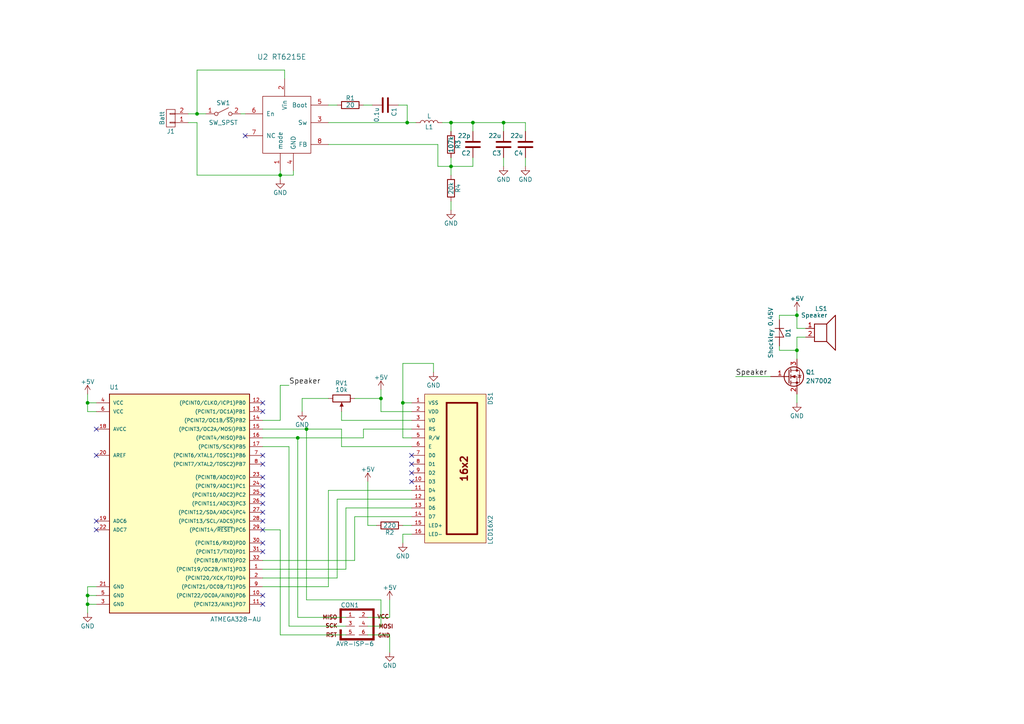
<source format=kicad_sch>
(kicad_sch (version 20230121) (generator eeschema)
  (paper "A4")
  (lib_symbols
    (symbol "BipBiere-rescue:+5V" (power) (pin_names (offset 0))
      (property "Value" "+5V" (at 0 3.556 0))
      (symbol "+5V_0_1"
        (polyline (pts (xy -0.762 1.27) (xy 0 2.54)))
        (polyline (pts (xy 0 0) (xy 0 2.54)))
        (polyline (pts (xy 0 2.54) (xy 0.762 1.27)))
      )
      (symbol "+5V_1_1"
        (pin power_in line (at 0 0 90) (length 0) hide (name "+5V") (number "1"))
      )
    )
    (symbol "BipBiere-rescue:ATMEGA328-AU" (pin_names (offset 1.016))
      (property "Reference" "U" (at -19.05 31.75 0))
      (property "Value" "ATMEGA328-AU" (at 10.16 -35.56 0))
      (symbol "ATMEGA328-AU_0_1"
        (rectangle (start -19.05 30.48) (end 21.59 -33.02) (stroke (width 0.254)) (fill (type background)))
      )
      (symbol "ATMEGA328-AU_1_1"
        (pin bidirectional line (at 25.4 -20.32 180) (length 3.81) (name "(PCINT19/OC2B/INT1)PD3") (number "1"))
        (pin bidirectional line (at 25.4 -27.94 180) (length 3.81) (name "(PCINT22/OC0A/AIN0)PD6") (number "10"))
        (pin bidirectional line (at 25.4 -30.48 180) (length 3.81) (name "(PCINT23/AIN1)PD7") (number "11"))
        (pin bidirectional line (at 25.4 27.94 180) (length 3.81) (name "(PCINT0/CLKO/ICP1)PB0") (number "12"))
        (pin bidirectional line (at 25.4 25.4 180) (length 3.81) (name "(PCINT1/OC1A)PB1") (number "13"))
        (pin bidirectional line (at 25.4 22.86 180) (length 3.81) (name "(PCINT2/OC1B/~{SS})PB2") (number "14"))
        (pin bidirectional line (at 25.4 20.32 180) (length 3.81) (name "(PCINT3/OC2A/MOSI)PB3") (number "15"))
        (pin bidirectional line (at 25.4 17.78 180) (length 3.81) (name "(PCINT4/MISO)PB4") (number "16"))
        (pin bidirectional line (at 25.4 15.24 180) (length 3.81) (name "(PCINT5/SCK)PB5") (number "17"))
        (pin power_in line (at -22.86 20.32 0) (length 3.81) (name "AVCC") (number "18"))
        (pin input line (at -22.86 -6.35 0) (length 3.81) (name "ADC6") (number "19"))
        (pin bidirectional line (at 25.4 -22.86 180) (length 3.81) (name "(PCINT20/XCK/T0)PD4") (number "2"))
        (pin bidirectional line (at -22.86 12.7 0) (length 3.81) (name "AREF") (number "20"))
        (pin power_in line (at -22.86 -25.4 0) (length 3.81) (name "GND") (number "21"))
        (pin input line (at -22.86 -8.89 0) (length 3.81) (name "ADC7") (number "22"))
        (pin bidirectional line (at 25.4 6.35 180) (length 3.81) (name "(PCINT8/ADC0)PC0") (number "23"))
        (pin bidirectional line (at 25.4 3.81 180) (length 3.81) (name "(PCINT9/ADC1)PC1") (number "24"))
        (pin bidirectional line (at 25.4 1.27 180) (length 3.81) (name "(PCINT10/ADC2)PC2") (number "25"))
        (pin bidirectional line (at 25.4 -1.27 180) (length 3.81) (name "(PCINT11/ADC3)PC3") (number "26"))
        (pin bidirectional line (at 25.4 -3.81 180) (length 3.81) (name "(PCINT12/SDA/ADC4)PC4") (number "27"))
        (pin bidirectional line (at 25.4 -6.35 180) (length 3.81) (name "(PCINT13/SCL/ADC5)PC5") (number "28"))
        (pin bidirectional line (at 25.4 -8.89 180) (length 3.81) (name "(PCINT14/~{RESET})PC6") (number "29"))
        (pin power_in line (at -22.86 -30.48 0) (length 3.81) (name "GND") (number "3"))
        (pin bidirectional line (at 25.4 -12.7 180) (length 3.81) (name "(PCINT16/RXD)PD0") (number "30"))
        (pin bidirectional line (at 25.4 -15.24 180) (length 3.81) (name "(PCINT17/TXD)PD1") (number "31"))
        (pin bidirectional line (at 25.4 -17.78 180) (length 3.81) (name "(PCINT18/INT0)PD2") (number "32"))
        (pin power_in line (at -22.86 27.94 0) (length 3.81) (name "VCC") (number "4"))
        (pin power_in line (at -22.86 -27.94 0) (length 3.81) (name "GND") (number "5"))
        (pin power_in line (at -22.86 25.4 0) (length 3.81) (name "VCC") (number "6"))
        (pin bidirectional line (at 25.4 12.7 180) (length 3.81) (name "(PCINT6/XTAL1/TOSC1)PB6") (number "7"))
        (pin bidirectional line (at 25.4 10.16 180) (length 3.81) (name "(PCINT7/XTAL2/TOSC2)PB7") (number "8"))
        (pin bidirectional line (at 25.4 -25.4 180) (length 3.81) (name "(PCINT21/OC0B/T1)PD5") (number "9"))
      )
    )
    (symbol "BipBiere-rescue:AVR-ISP-6" (pin_names (offset 1.016))
      (property "Reference" "CON" (at -2.667 6.096 0))
      (property "Value" "AVR-ISP-6" (at -6.731 -5.842 0))
      (symbol "AVR-ISP-6_0_0"
        (text "SCK" (at -8.001 0.127 0) (effects (font (size 1.143 1.143) bold)))
        (text "VCC" (at 6.985 2.794 0) (effects (font (size 1.143 1.143) bold)))
      )
      (symbol "AVR-ISP-6_0_1"
        (rectangle (start -5.207 -3.556) (end 4.191 -4.064) (fill (type outline)))
        (rectangle (start -5.207 5.08) (end 3.937 4.572) (fill (type outline)))
        (rectangle (start -5.08 -4.064) (end -5.588 -1.016) (fill (type outline)))
        (rectangle (start -5.08 5.08) (end -5.588 1.016) (fill (type outline)))
        (rectangle (start 3.937 5.08) (end 4.445 -4.064) (fill (type outline)))
      )
      (symbol "AVR-ISP-6_1_0"
        (text "GND" (at 7.239 -2.667 0) (effects (font (size 1.143 1.143) bold)))
        (text "MISO" (at -8.4582 2.5908 0) (effects (font (size 1.143 1.143) bold)))
        (text "MOSI" (at 7.7978 -0.0508 0) (effects (font (size 1.143 1.143) bold)))
        (text "RST" (at -8.001 -2.54 0) (effects (font (size 1.143 1.143) bold)))
      )
      (symbol "AVR-ISP-6_1_1"
        (pin passive line (at -3.81 2.54 0) (length 2.54) (name "~") (number "1"))
        (pin passive line (at 2.54 2.54 180) (length 2.54) (name "~") (number "2"))
        (pin passive line (at -3.81 0 0) (length 2.54) (name "~") (number "3"))
        (pin passive line (at 2.54 0 180) (length 2.54) (name "~") (number "4"))
        (pin passive line (at -3.81 -2.54 0) (length 2.54) (name "~") (number "5"))
        (pin passive line (at 2.54 -2.54 180) (length 2.54) (name "~") (number "6"))
      )
    )
    (symbol "BipBiere-rescue:C" (pin_numbers hide) (pin_names (offset 0.254))
      (property "Reference" "C" (at 0.635 2.54 0))
      (property "Value" "C" (at 0.635 -2.54 0))
      (symbol "C_0_1"
        (polyline (pts (xy -2.032 -0.762) (xy 2.032 -0.762)) (stroke (width 0.508)))
        (polyline (pts (xy -2.032 0.762) (xy 2.032 0.762)) (stroke (width 0.508)))
      )
      (symbol "C_1_1"
        (pin passive line (at 0 3.81 270) (length 2.794) (name "~") (number "1"))
        (pin passive line (at 0 -3.81 90) (length 2.794) (name "~") (number "2"))
      )
    )
    (symbol "BipBiere-rescue:CONN_01X02" (pin_names (offset 1.016) hide)
      (property "Reference" "J" (at 0 3.81 0))
      (property "Value" "CONN_01X02" (at 2.54 0 90))
      (symbol "CONN_01X02_0_1"
        (rectangle (start -1.27 -1.143) (end 0.254 -1.397))
        (rectangle (start -1.27 1.397) (end 0.254 1.143))
        (rectangle (start -1.27 2.54) (end 1.27 -2.54))
      )
      (symbol "CONN_01X02_1_1"
        (pin passive line (at -5.08 1.27 0) (length 3.81) (name "P1") (number "1"))
        (pin passive line (at -5.08 -1.27 0) (length 3.81) (name "P2") (number "2"))
      )
    )
    (symbol "BipBiere-rescue:D_Shockley" (pin_numbers hide) (pin_names (offset 1.016) hide)
      (property "Reference" "D" (at 0 2.54 0))
      (property "Value" "D_Shockley" (at 0 -2.54 0))
      (symbol "D_Shockley_0_1"
        (polyline (pts (xy -1.27 0) (xy 1.27 0)))
        (polyline (pts (xy -1.27 1.27) (xy -1.27 -1.27)) (stroke (width 0.2032)))
        (polyline (pts (xy -1.27 0) (xy 1.27 1.27) (xy 1.27 -1.27)) (stroke (width 0.2032)))
      )
      (symbol "D_Shockley_1_1"
        (pin passive line (at -3.81 0 0) (length 2.54) (name "K") (number "1"))
        (pin passive line (at 3.81 0 180) (length 2.54) (name "A") (number "2"))
      )
    )
    (symbol "BipBiere-rescue:GND" (power) (pin_names (offset 0))
      (property "Value" "GND" (at 0 -3.81 0))
      (symbol "GND_0_1"
        (polyline (pts (xy 0 0) (xy 0 -1.27) (xy 1.27 -1.27) (xy 0 -2.54) (xy -1.27 -1.27) (xy 0 -1.27)))
      )
      (symbol "GND_1_1"
        (pin power_in line (at 0 0 270) (length 0) hide (name "GND") (number "1"))
      )
    )
    (symbol "BipBiere-rescue:L" (pin_numbers hide) (pin_names (offset 1.016) hide)
      (property "Reference" "L" (at -1.27 0 90))
      (property "Value" "L" (at 1.905 0 90))
      (symbol "L_0_1"
        (arc (start 0 -2.54) (mid 0.6323 -1.905) (end 0 -1.27))
        (arc (start 0 -1.27) (mid 0.6323 -0.635) (end 0 0))
        (arc (start 0 0) (mid 0.6323 0.635) (end 0 1.27))
        (arc (start 0 1.27) (mid 0.6323 1.905) (end 0 2.54))
      )
      (symbol "L_1_1"
        (pin passive line (at 0 3.81 270) (length 1.27) (name "1") (number "1"))
        (pin passive line (at 0 -3.81 90) (length 1.27) (name "2") (number "2"))
      )
    )
    (symbol "BipBiere-rescue:LCD16X2" (pin_names (offset 1.016))
      (property "Reference" "DS" (at -20.32 10.16 0))
      (property "Value" "LCD16X2" (at 17.78 10.16 0))
      (symbol "LCD16X2_0_0"
        (text "16x2" (at 0 2.54 0) (effects (font (size 2.032 2.032) bold)))
      )
      (symbol "LCD16X2_0_1"
        (rectangle (start -21.59 8.89) (end 21.59 -8.89) (fill (type background)))
        (rectangle (start -19.05 6.35) (end 19.05 -2.54) (stroke (width 0.508)))
      )
      (symbol "LCD16X2_1_1"
        (pin power_in line (at -19.05 -12.7 90) (length 3.81) (name "VSS") (number "1"))
        (pin input line (at 3.81 -12.7 90) (length 3.81) (name "D3") (number "10"))
        (pin input line (at 6.35 -12.7 90) (length 3.81) (name "D4") (number "11"))
        (pin input line (at 8.89 -12.7 90) (length 3.81) (name "D5") (number "12"))
        (pin input line (at 11.43 -12.7 90) (length 3.81) (name "D6") (number "13"))
        (pin input line (at 13.97 -12.7 90) (length 3.81) (name "D7") (number "14"))
        (pin passive line (at 16.51 -12.7 90) (length 3.81) (name "LED+") (number "15"))
        (pin passive line (at 19.05 -12.7 90) (length 3.81) (name "LED-") (number "16"))
        (pin power_in line (at -16.51 -12.7 90) (length 3.81) (name "VDD") (number "2"))
        (pin input line (at -13.97 -12.7 90) (length 3.81) (name "VO") (number "3"))
        (pin input line (at -11.43 -12.7 90) (length 3.81) (name "RS") (number "4"))
        (pin input line (at -8.89 -12.7 90) (length 3.81) (name "R/W") (number "5"))
        (pin input line (at -6.35 -12.7 90) (length 3.81) (name "E") (number "6"))
        (pin input line (at -3.81 -12.7 90) (length 3.81) (name "D0") (number "7"))
        (pin input line (at -1.27 -12.7 90) (length 3.81) (name "D1") (number "8"))
        (pin input line (at 1.27 -12.7 90) (length 3.81) (name "D2") (number "9"))
      )
    )
    (symbol "BipBiere-rescue:POT" (pin_numbers hide) (pin_names (offset 1.016) hide)
      (property "Reference" "RV" (at -4.445 0 90))
      (property "Value" "POT" (at -2.54 0 90))
      (symbol "POT_0_1"
        (polyline (pts (xy 2.54 0) (xy 1.524 0)))
        (polyline (pts (xy 1.143 0) (xy 2.286 0.508) (xy 2.286 -0.508)) (fill (type outline)))
        (rectangle (start 1.016 2.54) (end -1.016 -2.54) (stroke (width 0.254)))
      )
      (symbol "POT_1_1"
        (pin passive line (at 0 3.81 270) (length 1.27) (name "1") (number "1"))
        (pin passive line (at 3.81 0 180) (length 1.27) (name "2") (number "2"))
        (pin passive line (at 0 -3.81 90) (length 1.27) (name "3") (number "3"))
      )
    )
    (symbol "BipBiere-rescue:Q_NMOS_GSD" (pin_names (offset 0) hide)
      (property "Reference" "Q" (at 5.08 1.27 0))
      (property "Value" "Q_NMOS_GSD" (at 5.08 -1.27 0))
      (symbol "Q_NMOS_GSD_0_1"
        (polyline (pts (xy 0.762 -1.778) (xy 2.54 -1.778)))
        (polyline (pts (xy 0.762 -1.27) (xy 0.762 -2.286)) (stroke (width 0.254)))
        (polyline (pts (xy 0.762 0) (xy 2.54 0)))
        (polyline (pts (xy 0.762 0.508) (xy 0.762 -0.508)) (stroke (width 0.254)))
        (polyline (pts (xy 0.762 1.778) (xy 2.54 1.778)))
        (polyline (pts (xy 0.762 2.286) (xy 0.762 1.27)) (stroke (width 0.254)))
        (polyline (pts (xy 2.54 -1.778) (xy 2.54 -2.54)))
        (polyline (pts (xy 2.54 -1.778) (xy 2.54 0)))
        (polyline (pts (xy 2.54 2.54) (xy 2.54 1.778)))
        (polyline (pts (xy 0.254 1.905) (xy 0.254 -1.905) (xy 0.254 -1.905)) (stroke (width 0.254)))
        (polyline (pts (xy 1.016 0) (xy 2.032 0.381) (xy 2.032 -0.381) (xy 1.016 0)) (fill (type outline)))
        (polyline (pts (xy 2.54 -1.778) (xy 3.302 -1.778) (xy 3.302 1.778) (xy 2.54 1.778)))
        (polyline (pts (xy 2.794 0.508) (xy 2.921 0.381) (xy 3.683 0.381) (xy 3.81 0.254)))
        (polyline (pts (xy 3.302 0.381) (xy 2.921 -0.254) (xy 3.683 -0.254) (xy 3.302 0.381)))
        (circle (center 1.651 0) (radius 2.8194) (stroke (width 0.254)))
        (circle (center 2.54 -1.778) (radius 0.2794) (fill (type outline)))
        (circle (center 2.54 1.778) (radius 0.2794) (fill (type outline)))
      )
      (symbol "Q_NMOS_GSD_1_1"
        (pin input line (at -5.08 0 0) (length 5.334) (name "G") (number "1"))
        (pin passive line (at 2.54 -5.08 90) (length 2.54) (name "S") (number "2"))
        (pin passive line (at 2.54 5.08 270) (length 2.54) (name "D") (number "3"))
      )
    )
    (symbol "BipBiere-rescue:R" (pin_numbers hide) (pin_names (offset 0))
      (property "Reference" "R" (at 2.032 0 90))
      (property "Value" "R" (at 0 0 90))
      (symbol "R_0_1"
        (rectangle (start -1.016 -2.54) (end 1.016 2.54) (stroke (width 0.254)))
      )
      (symbol "R_1_1"
        (pin passive line (at 0 3.81 270) (length 1.27) (name "~") (number "1"))
        (pin passive line (at 0 -3.81 90) (length 1.27) (name "~") (number "2"))
      )
    )
    (symbol "BipBiere-rescue:SW_SPST" (pin_names (offset 0) hide)
      (property "Reference" "SW" (at 0 3.175 0))
      (property "Value" "SW_SPST" (at 0 -2.54 0))
      (symbol "SW_SPST_0_0"
        (circle (center -2.032 0) (radius 0.508))
        (polyline (pts (xy -1.524 0.254) (xy 1.524 1.778)))
        (circle (center 2.032 0) (radius 0.508))
      )
      (symbol "SW_SPST_1_1"
        (pin input line (at -5.08 0 0) (length 2.54) (name "A") (number "1"))
        (pin input line (at 5.08 0 180) (length 2.54) (name "B") (number "2"))
      )
    )
    (symbol "BipBiere-rescue:Speaker" (pin_names (offset 0) hide)
      (property "Reference" "LS" (at 1.27 5.715 0))
      (property "Value" "Speaker" (at 1.27 3.81 0))
      (symbol "Speaker_0_0"
        (rectangle (start -2.54 1.27) (end 1.016 -3.81) (stroke (width 0.254)))
        (polyline (pts (xy 1.016 1.27) (xy 3.556 3.81) (xy 3.556 -6.35) (xy 1.016 -3.81)) (stroke (width 0.254)))
      )
      (symbol "Speaker_1_1"
        (pin input line (at -5.08 0 0) (length 2.54) (name "1") (number "1"))
        (pin input line (at -5.08 -2.54 0) (length 2.54) (name "2") (number "2"))
      )
    )
    (symbol "BipBiere:RT6215E" (pin_names (offset 1.016))
      (property "Reference" "U" (at -6.35 15.24 0))
      (property "Value" "RT6215E" (at 1.27 15.24 0))
      (symbol "RT6215E_0_1"
        (rectangle (start -6.35 -12.7) (end 7.62 3.81))
      )
      (symbol "RT6215E_1_1"
        (pin input line (at -1.27 -17.78 90) (length 5.08) (name "mode") (number "1"))
        (pin input line (at 0 8.89 270) (length 5.08) (name "Vin") (number "2"))
        (pin input line (at 12.7 -3.81 180) (length 5.08) (name "Sw") (number "3"))
        (pin input line (at 2.54 -17.78 90) (length 5.08) (name "GND") (number "4"))
        (pin input line (at 12.7 1.27 180) (length 5.08) (name "Boot") (number "5"))
        (pin input line (at -11.43 -1.27 0) (length 5.08) (name "En") (number "6"))
        (pin input line (at -11.43 -7.62 0) (length 5.08) (name "NC") (number "7"))
        (pin input line (at 12.7 -10.16 180) (length 5.08) (name "FB") (number "8"))
      )
    )
  )
  (junction (at 88.9 124.46))
  (junction (at 231.14 91.44))
  (junction (at 116.84 116.84))
  (junction (at 130.81 35.56))
  (junction (at 231.14 101.6))
  (junction (at 25.4 116.84))
  (junction (at 25.4 172.72))
  (junction (at 81.28 50.8))
  (junction (at 86.36 127))
  (junction (at 137.16 35.56))
  (junction (at 57.15 33.02))
  (junction (at 25.4 175.26))
  (junction (at 146.05 35.56))
  (junction (at 110.49 115.57))
  (junction (at 130.81 48.26))
  (junction (at 118.11 35.56))
  (no_connect (at 76.2 153.67))
  (no_connect (at 27.94 151.13))
  (no_connect (at 76.2 172.72))
  (no_connect (at 27.94 153.67))
  (no_connect (at 76.2 148.59))
  (no_connect (at 119.38 134.62))
  (no_connect (at 76.2 140.97))
  (no_connect (at 76.2 119.38))
  (no_connect (at 76.2 175.26))
  (no_connect (at 119.38 137.16))
  (no_connect (at 76.2 134.62))
  (no_connect (at 119.38 139.7))
  (no_connect (at 76.2 146.05))
  (no_connect (at 76.2 116.84))
  (no_connect (at 71.12 39.37))
  (no_connect (at 119.38 132.08))
  (no_connect (at 76.2 157.48))
  (no_connect (at 27.94 132.08))
  (no_connect (at 76.2 132.08))
  (no_connect (at 76.2 151.13))
  (no_connect (at 76.2 143.51))
  (no_connect (at 76.2 138.43))
  (no_connect (at 27.94 124.46))
  (no_connect (at 76.2 160.02))
  (wire (pts (xy 106.68 139.7) (xy 106.68 152.4)))
  (wire (pts (xy 76.2 162.56) (xy 102.87 162.56)))
  (wire (pts (xy 110.49 181.61) (xy 110.49 173.99)))
  (wire (pts (xy 115.57 30.48) (xy 118.11 30.48)))
  (wire (pts (xy 130.81 48.26) (xy 137.16 48.26)))
  (wire (pts (xy 25.4 175.26) (xy 25.4 177.8)))
  (wire (pts (xy 127 41.91) (xy 95.25 41.91)))
  (wire (pts (xy 54.61 33.02) (xy 57.15 33.02)))
  (wire (pts (xy 106.68 184.15) (xy 113.03 184.15)))
  (wire (pts (xy 231.14 101.6) (xy 231.14 97.79)))
  (wire (pts (xy 116.84 105.41) (xy 125.73 105.41)))
  (wire (pts (xy 57.15 33.02) (xy 59.69 33.02)))
  (wire (pts (xy 231.14 95.25) (xy 233.68 95.25)))
  (wire (pts (xy 76.2 167.64) (xy 97.79 167.64)))
  (wire (pts (xy 113.03 179.07) (xy 113.03 173.99)))
  (wire (pts (xy 25.4 175.26) (xy 27.94 175.26)))
  (wire (pts (xy 128.27 35.56) (xy 130.81 35.56)))
  (wire (pts (xy 25.4 172.72) (xy 25.4 175.26)))
  (wire (pts (xy 99.06 121.92) (xy 119.38 121.92)))
  (wire (pts (xy 95.25 35.56) (xy 118.11 35.56)))
  (wire (pts (xy 130.81 45.72) (xy 130.81 48.26)))
  (wire (pts (xy 105.41 124.46) (xy 105.41 127)))
  (wire (pts (xy 130.81 35.56) (xy 137.16 35.56)))
  (wire (pts (xy 83.82 111.76) (xy 81.28 111.76)))
  (wire (pts (xy 99.06 124.46) (xy 88.9 124.46)))
  (wire (pts (xy 25.4 116.84) (xy 25.4 114.3)))
  (wire (pts (xy 231.14 116.84) (xy 231.14 114.3)))
  (wire (pts (xy 106.68 179.07) (xy 113.03 179.07)))
  (wire (pts (xy 97.79 144.78) (xy 119.38 144.78)))
  (wire (pts (xy 57.15 20.32) (xy 57.15 33.02)))
  (wire (pts (xy 99.06 129.54) (xy 99.06 124.46)))
  (wire (pts (xy 25.4 119.38) (xy 25.4 116.84)))
  (wire (pts (xy 86.36 179.07) (xy 100.33 179.07)))
  (wire (pts (xy 82.55 22.86) (xy 82.55 20.32)))
  (wire (pts (xy 137.16 48.26) (xy 137.16 45.72)))
  (wire (pts (xy 231.14 104.14) (xy 231.14 101.6)))
  (wire (pts (xy 231.14 97.79) (xy 233.68 97.79)))
  (wire (pts (xy 119.38 147.32) (xy 100.33 147.32)))
  (wire (pts (xy 106.68 181.61) (xy 110.49 181.61)))
  (wire (pts (xy 113.03 184.15) (xy 113.03 189.23)))
  (wire (pts (xy 110.49 115.57) (xy 110.49 119.38)))
  (wire (pts (xy 54.61 35.56) (xy 57.15 35.56)))
  (wire (pts (xy 152.4 48.26) (xy 152.4 45.72)))
  (wire (pts (xy 110.49 173.99) (xy 88.9 173.99)))
  (wire (pts (xy 213.36 109.22) (xy 223.52 109.22)))
  (wire (pts (xy 105.41 124.46) (xy 119.38 124.46)))
  (wire (pts (xy 27.94 170.18) (xy 25.4 170.18)))
  (wire (pts (xy 110.49 113.03) (xy 110.49 115.57)))
  (wire (pts (xy 125.73 105.41) (xy 125.73 107.95)))
  (wire (pts (xy 81.28 49.53) (xy 81.28 50.8)))
  (wire (pts (xy 95.25 115.57) (xy 87.63 115.57)))
  (wire (pts (xy 226.06 92.71) (xy 226.06 91.44)))
  (wire (pts (xy 57.15 50.8) (xy 81.28 50.8)))
  (wire (pts (xy 85.09 50.8) (xy 85.09 49.53)))
  (wire (pts (xy 81.28 50.8) (xy 81.28 52.07)))
  (wire (pts (xy 106.68 152.4) (xy 109.22 152.4)))
  (wire (pts (xy 95.25 170.18) (xy 76.2 170.18)))
  (wire (pts (xy 82.55 20.32) (xy 57.15 20.32)))
  (wire (pts (xy 119.38 142.24) (xy 95.25 142.24)))
  (wire (pts (xy 231.14 90.17) (xy 231.14 91.44)))
  (wire (pts (xy 27.94 172.72) (xy 25.4 172.72)))
  (wire (pts (xy 116.84 157.48) (xy 116.84 154.94)))
  (wire (pts (xy 88.9 124.46) (xy 76.2 124.46)))
  (wire (pts (xy 100.33 147.32) (xy 100.33 165.1)))
  (wire (pts (xy 100.33 165.1) (xy 76.2 165.1)))
  (wire (pts (xy 116.84 116.84) (xy 116.84 127)))
  (wire (pts (xy 88.9 173.99) (xy 88.9 124.46)))
  (wire (pts (xy 116.84 154.94) (xy 119.38 154.94)))
  (wire (pts (xy 81.28 111.76) (xy 81.28 121.92)))
  (wire (pts (xy 86.36 127) (xy 76.2 127)))
  (wire (pts (xy 86.36 127) (xy 86.36 179.07)))
  (wire (pts (xy 81.28 50.8) (xy 85.09 50.8)))
  (wire (pts (xy 83.82 181.61) (xy 83.82 129.54)))
  (wire (pts (xy 57.15 35.56) (xy 57.15 50.8)))
  (wire (pts (xy 137.16 38.1) (xy 137.16 35.56)))
  (wire (pts (xy 76.2 153.67) (xy 81.28 153.67)))
  (wire (pts (xy 27.94 119.38) (xy 25.4 119.38)))
  (wire (pts (xy 99.06 129.54) (xy 119.38 129.54)))
  (wire (pts (xy 81.28 121.92) (xy 76.2 121.92)))
  (wire (pts (xy 107.95 30.48) (xy 105.41 30.48)))
  (wire (pts (xy 116.84 127) (xy 119.38 127)))
  (wire (pts (xy 27.94 116.84) (xy 25.4 116.84)))
  (wire (pts (xy 102.87 115.57) (xy 110.49 115.57)))
  (wire (pts (xy 83.82 129.54) (xy 76.2 129.54)))
  (wire (pts (xy 102.87 162.56) (xy 102.87 149.86)))
  (wire (pts (xy 97.79 30.48) (xy 95.25 30.48)))
  (wire (pts (xy 137.16 35.56) (xy 146.05 35.56)))
  (wire (pts (xy 105.41 127) (xy 86.36 127)))
  (wire (pts (xy 146.05 48.26) (xy 146.05 45.72)))
  (wire (pts (xy 81.28 153.67) (xy 81.28 184.15)))
  (wire (pts (xy 110.49 119.38) (xy 119.38 119.38)))
  (wire (pts (xy 99.06 119.38) (xy 99.06 121.92)))
  (wire (pts (xy 127 48.26) (xy 130.81 48.26)))
  (wire (pts (xy 25.4 170.18) (xy 25.4 172.72)))
  (wire (pts (xy 95.25 142.24) (xy 95.25 170.18)))
  (wire (pts (xy 152.4 35.56) (xy 152.4 38.1)))
  (wire (pts (xy 71.12 33.02) (xy 69.85 33.02)))
  (wire (pts (xy 146.05 35.56) (xy 152.4 35.56)))
  (wire (pts (xy 130.81 38.1) (xy 130.81 35.56)))
  (wire (pts (xy 102.87 149.86) (xy 119.38 149.86)))
  (wire (pts (xy 97.79 167.64) (xy 97.79 144.78)))
  (wire (pts (xy 116.84 105.41) (xy 116.84 116.84)))
  (wire (pts (xy 87.63 115.57) (xy 87.63 119.38)))
  (wire (pts (xy 226.06 100.33) (xy 226.06 101.6)))
  (wire (pts (xy 116.84 116.84) (xy 119.38 116.84)))
  (wire (pts (xy 231.14 91.44) (xy 231.14 95.25)))
  (wire (pts (xy 130.81 58.42) (xy 130.81 60.96)))
  (wire (pts (xy 81.28 184.15) (xy 100.33 184.15)))
  (wire (pts (xy 118.11 30.48) (xy 118.11 35.56)))
  (wire (pts (xy 146.05 35.56) (xy 146.05 38.1)))
  (wire (pts (xy 119.38 152.4) (xy 116.84 152.4)))
  (wire (pts (xy 127 48.26) (xy 127 41.91)))
  (wire (pts (xy 83.82 181.61) (xy 100.33 181.61)))
  (wire (pts (xy 130.81 48.26) (xy 130.81 50.8)))
  (wire (pts (xy 226.06 101.6) (xy 231.14 101.6)))
  (wire (pts (xy 118.11 35.56) (xy 120.65 35.56)))
  (wire (pts (xy 226.06 91.44) (xy 231.14 91.44)))
  (label "Speaker" (at 213.36 109.22 0) (effects (font (size 1.524 1.524))))
  (label "Speaker" (at 83.82 111.76 0) (effects (font (size 1.524 1.524))))
  (symbol (lib_id "BipBiere-rescue:ATMEGA328-AU") (at 50.8 144.78 0) (unit 1)
    (property "Reference" "U1" (at 31.75 113.03 0) (effects (justify left bottom)))
    (property "Value" "ATMEGA328-AU" (at 60.96 180.34 0) (effects (justify left bottom)))
    (property "Footprint" "Housings_QFP:LQFP-32_5x5mm_Pitch0.5mm" (effects hide))
    (property "digi-key name" "ATMEGA328P-AURCT-ND" (effects hide))
    (property "Lien" "https://www.digikey.ca/product-detail/en/microchip-technology/ATMEGA328P-AUR/ATMEGA328P-AURCT-ND/3789455" (effects hide))
  )
  (symbol (lib_id "BipBiere-rescue:+5V") (at 25.4 114.3 0) (unit 1)
    (property "Reference" "#PWR01" (effects hide))
    (property "Value" "+5V" (at 25.4 110.744 0))
  )
  (symbol (lib_id "BipBiere-rescue:GND") (at 25.4 177.8 0) (unit 1)
    (property "Reference" "#PWR02" (effects hide))
    (property "Value" "GND" (at 25.4 181.61 0))
  )
  (symbol (lib_id "BipBiere-rescue:LCD16X2") (at 132.08 135.89 270) (unit 1)
    (property "Reference" "DS1" (at 142.24 115.57 0))
    (property "Value" "LCD16X2" (at 142.24 153.67 0))
    (property "Footprint" "Pin_Headers:Pin_Header_Straight_1x16_Pitch2.54mm" (effects hide))
    (property "digi-key name" "N/A" (effects hide))
    (property "Lien" "https://www.amazon.ca/Lysignal-Character-Display-Backlight-MEGA2560/dp/B073W9NY2C/ref=sr_1_2?ie=UTF8&qid=1506729511&sr=8-2&keywords=lcd+screen+16x2" (effects hide))
  )
  (symbol (lib_id "BipBiere-rescue:+5V") (at 110.49 113.03 0) (unit 1)
    (property "Reference" "#PWR03" (effects hide))
    (property "Value" "+5V" (at 110.49 109.474 0))
  )
  (symbol (lib_id "BipBiere-rescue:GND") (at 87.63 119.38 0) (unit 1)
    (property "Reference" "#PWR04" (effects hide))
    (property "Value" "GND" (at 87.63 123.19 0))
  )
  (symbol (lib_id "BipBiere-rescue:POT") (at 99.06 115.57 270) (unit 1)
    (property "Reference" "RV1" (at 99.06 111.125 90))
    (property "Value" "10k" (at 99.06 113.03 90))
    (property "Footprint" "Potentiometers:Potentiometer_Trimmer_Vishay_TS53YJ" (effects hide))
    (property "digi-key name" "TC33X-103ETR-ND" (effects hide))
    (property "Lien" "https://www.digikey.ca/product-detail/en/bourns-inc/TC33X-2-103E/TC33X-103ETR-ND/612858" (effects hide))
  )
  (symbol (lib_id "BipBiere-rescue:GND") (at 125.73 107.95 0) (unit 1)
    (property "Reference" "#PWR05" (effects hide))
    (property "Value" "GND" (at 125.73 111.76 0))
  )
  (symbol (lib_id "BipBiere-rescue:GND") (at 116.84 157.48 0) (unit 1)
    (property "Reference" "#PWR06" (effects hide))
    (property "Value" "GND" (at 116.84 161.29 0))
  )
  (symbol (lib_id "BipBiere-rescue:+5V") (at 106.68 139.7 0) (unit 1)
    (property "Reference" "#PWR07" (effects hide))
    (property "Value" "+5V" (at 106.68 136.144 0))
  )
  (symbol (lib_id "BipBiere:RT6215E") (at 82.55 31.75 0) (unit 1)
    (property "Reference" "U2" (at 76.2 16.51 0) (effects (font (size 1.524 1.524))))
    (property "Value" "RT6215E" (at 83.82 16.51 0) (effects (font (size 1.524 1.524))))
    (property "Footprint" "BipBiere:RT6215E" (effects hide))
    (property "digi-key name" "RT6215EHGJ8FCT-ND" (effects hide))
    (property "Lien" "RT6215EHGJ8FCT-ND" (effects hide))
  )
  (symbol (lib_id "BipBiere-rescue:GND") (at 81.28 52.07 0) (unit 1)
    (property "Reference" "#PWR08" (effects hide))
    (property "Value" "GND" (at 81.28 55.88 0))
  )
  (symbol (lib_id "BipBiere-rescue:L") (at 124.46 35.56 90) (unit 1)
    (property "Reference" "L1" (at 124.46 36.83 90))
    (property "Value" "L" (at 124.46 33.655 90))
    (property "Footprint" "Inductors_SMD:L_0805_HandSoldering" (effects hide))
  )
  (symbol (lib_id "BipBiere-rescue:C") (at 111.76 30.48 270) (unit 1)
    (property "Reference" "C1" (at 114.3 31.115 0) (effects (justify left)))
    (property "Value" "0.1u" (at 109.22 31.115 0) (effects (justify left)))
    (property "Footprint" "Capacitors_SMD:C_0805_HandSoldering" (effects hide))
    (property "digi-key name" "399-1170-1-ND" (effects hide))
    (property "Lien" "https://www.digikey.ca/product-detail/en/kemet/C0805C104K5RACTU/399-1170-1-ND/411445" (effects hide))
  )
  (symbol (lib_id "BipBiere-rescue:R") (at 101.6 30.48 90) (unit 1)
    (property "Reference" "R1" (at 101.6 28.448 90))
    (property "Value" "20" (at 101.6 30.48 90))
    (property "Footprint" "Resistors_SMD:R_0805_HandSoldering" (effects hide))
    (property "digi-key name" "311-20.0CRCT-ND" (effects hide))
    (property "Lien" "https://www.digikey.ca/product-detail/en/yageo/RC0805FR-0720RL/311-20.0CRCT-ND/730666" (effects hide))
  )
  (symbol (lib_id "BipBiere-rescue:AVR-ISP-6") (at 104.14 181.61 0) (unit 1)
    (property "Reference" "CON1" (at 101.473 175.514 0))
    (property "Value" "AVR-ISP-6" (at 97.409 187.452 0) (effects (justify left bottom)))
    (property "Footprint" "Pin_Headers:Pin_Header_Straight_2x03_Pitch2.54mm" (effects hide))
  )
  (symbol (lib_id "BipBiere-rescue:GND") (at 130.81 60.96 0) (unit 1)
    (property "Reference" "#PWR09" (effects hide))
    (property "Value" "GND" (at 130.81 64.77 0))
  )
  (symbol (lib_id "BipBiere-rescue:GND") (at 146.05 48.26 0) (unit 1)
    (property "Reference" "#PWR010" (effects hide))
    (property "Value" "GND" (at 146.05 52.07 0))
  )
  (symbol (lib_id "BipBiere-rescue:CONN_01X02") (at 49.53 34.29 180) (unit 1)
    (property "Reference" "J1" (at 49.53 38.1 0))
    (property "Value" "Batt" (at 46.99 34.29 90))
    (property "Footprint" "Pin_Headers:Pin_Header_Straight_1x02_Pitch2.54mm" (effects hide))
  )
  (symbol (lib_id "BipBiere-rescue:+5V") (at 113.03 173.99 0) (unit 1)
    (property "Reference" "#PWR014" (effects hide))
    (property "Value" "+5V" (at 113.03 170.434 0))
  )
  (symbol (lib_id "BipBiere-rescue:GND") (at 113.03 189.23 0) (unit 1)
    (property "Reference" "#PWR015" (effects hide))
    (property "Value" "GND" (at 113.03 193.04 0))
  )
  (symbol (lib_id "BipBiere-rescue:R") (at 130.81 54.61 0) (unit 1)
    (property "Reference" "R4" (at 132.842 54.61 90))
    (property "Value" "20k" (at 130.81 54.61 90))
    (property "Footprint" "Resistors_SMD:R_0805_HandSoldering" (effects hide))
    (property "digi-key name" "311-20.0KCRCT-ND" (effects hide))
    (property "Lien" "https://www.digikey.ca/product-detail/en/yageo/RC0805FR-0720KL/311-20.0KCRCT-ND/730667" (effects hide))
  )
  (symbol (lib_id "BipBiere-rescue:R") (at 130.81 41.91 0) (unit 1)
    (property "Reference" "R3" (at 132.842 41.91 90))
    (property "Value" "107k" (at 130.81 41.91 90))
    (property "Footprint" "Resistors_SMD:R_0805_HandSoldering" (effects hide))
    (property "digi-key name" "311-107KCRCT-ND" (effects hide))
    (property "Lien" "https://www.digikey.ca/product-detail/en/yageo/RC0805FR-07107KL/311-107KCRCT-ND/730497" (effects hide))
  )
  (symbol (lib_id "BipBiere-rescue:R") (at 113.03 152.4 270) (unit 1)
    (property "Reference" "R2" (at 113.03 154.432 90))
    (property "Value" "220" (at 113.03 152.4 90))
    (property "Footprint" "Resistors_SMD:R_0805_HandSoldering" (effects hide))
    (property "digi-key name" "311-200CRCT-ND" (effects hide))
    (property "Lien" "https://www.digikey.ca/product-detail/en/yageo/RC0805FR-07200RL/311-200CRCT-ND/730670" (effects hide))
  )
  (symbol (lib_id "BipBiere-rescue:SW_SPST") (at 64.77 33.02 0) (unit 1)
    (property "Reference" "SW1" (at 64.77 29.845 0))
    (property "Value" "SW_SPST" (at 64.77 35.56 0))
    (property "Footprint" "Pin_Headers:Pin_Header_Straight_1x02_Pitch2.54mm" (effects hide))
    (property "digi-key name" "CH755-ND" (effects hide))
    (property "Lien" "https://www.digikey.ca/product-detail/en/zf-electronics/SRB22A2FBBNN/CH755-ND/446021" (effects hide))
  )
  (symbol (lib_id "BipBiere-rescue:C") (at 146.05 41.91 180) (unit 1)
    (property "Reference" "C3" (at 145.415 44.45 0) (effects (justify left)))
    (property "Value" "22u" (at 145.415 39.37 0) (effects (justify left)))
    (property "Footprint" "Capacitors_SMD:C_0805_HandSoldering" (effects hide))
    (property "digi-key name" "399-4696-1-ND" (effects hide))
    (property "Lien" "https://www.digikey.ca/product-detail/en/kemet/C0805C226M9PACTU/399-4696-1-ND/992221" (effects hide))
  )
  (symbol (lib_id "BipBiere-rescue:C") (at 137.16 41.91 180) (unit 1)
    (property "Reference" "C2" (at 136.525 44.45 0) (effects (justify left)))
    (property "Value" "22p" (at 136.525 39.37 0) (effects (justify left)))
    (property "Footprint" "Capacitors_SMD:C_0805_HandSoldering" (effects hide))
    (property "digi-key name" "490-5534-1-ND" (effects hide))
    (property "Lien" "https://www.digikey.ca/product-detail/en/murata-electronics-north-america/GRM21A5C2E220JW01D/490-5534-1-ND/2334930" (effects hide))
  )
  (symbol (lib_id "BipBiere-rescue:GND") (at 152.4 48.26 0) (unit 1)
    (property "Reference" "#PWR011" (effects hide))
    (property "Value" "GND" (at 152.4 52.07 0))
  )
  (symbol (lib_id "BipBiere-rescue:C") (at 152.4 41.91 180) (unit 1)
    (property "Reference" "C4" (at 151.765 44.45 0) (effects (justify left)))
    (property "Value" "22u" (at 151.765 39.37 0) (effects (justify left)))
    (property "Footprint" "Capacitors_SMD:C_0805_HandSoldering" (effects hide))
    (property "digi-key name" "399-4696-1-ND" (effects hide))
    (property "Lien" "https://www.digikey.ca/product-detail/en/kemet/C0805C226M9PACTU/399-4696-1-ND/992221" (effects hide))
  )
  (symbol (lib_id "BipBiere-rescue:Q_NMOS_GSD") (at 228.6 109.22 0) (unit 1)
    (property "Reference" "Q1" (at 233.68 107.95 0) (effects (justify left)))
    (property "Value" "2N7002" (at 233.68 110.49 0) (effects (justify left)))
    (property "Footprint" "TO_SOT_Packages_SMD:SOT-23" (effects hide))
    (property "digi-key name" "1727-4692-1-ND" (effects hide))
    (property "Lien" "https://www.digikey.ca/product-detail/en/nexperia-usa-inc/2N7002P215/1727-4692-1-ND/2531105" (effects hide))
  )
  (symbol (lib_id "BipBiere-rescue:Speaker") (at 238.76 95.25 0) (unit 1)
    (property "Reference" "LS1" (at 240.03 89.535 0) (effects (justify right)))
    (property "Value" "Speaker" (at 240.03 91.44 0) (effects (justify right)))
    (property "Footprint" "Pin_Headers:Pin_Header_Straight_1x02_Pitch2.54mm" (effects hide))
  )
  (symbol (lib_id "BipBiere-rescue:+5V") (at 231.14 90.17 0) (unit 1)
    (property "Reference" "#PWR012" (effects hide))
    (property "Value" "+5V" (at 231.14 86.614 0))
  )
  (symbol (lib_id "BipBiere-rescue:D_Shockley") (at 226.06 96.52 270) (unit 1)
    (property "Reference" "D1" (at 228.6 96.52 0))
    (property "Value" "Shockley 0.45V" (at 223.52 96.52 0))
    (property "Footprint" "Resistors_SMD:R_0805_HandSoldering" (effects hide))
    (property "digi-key name" "478-7800-1-ND" (effects hide))
    (property "Lien" "https://www.digikey.ca/product-detail/en/avx-corporation/SD0805S020S1R0/478-7800-1-ND/3749510" (effects hide))
  )
  (symbol (lib_id "BipBiere-rescue:GND") (at 231.14 116.84 0) (unit 1)
    (property "Reference" "#PWR013" (effects hide))
    (property "Value" "GND" (at 231.14 120.65 0))
  )
)
</source>
